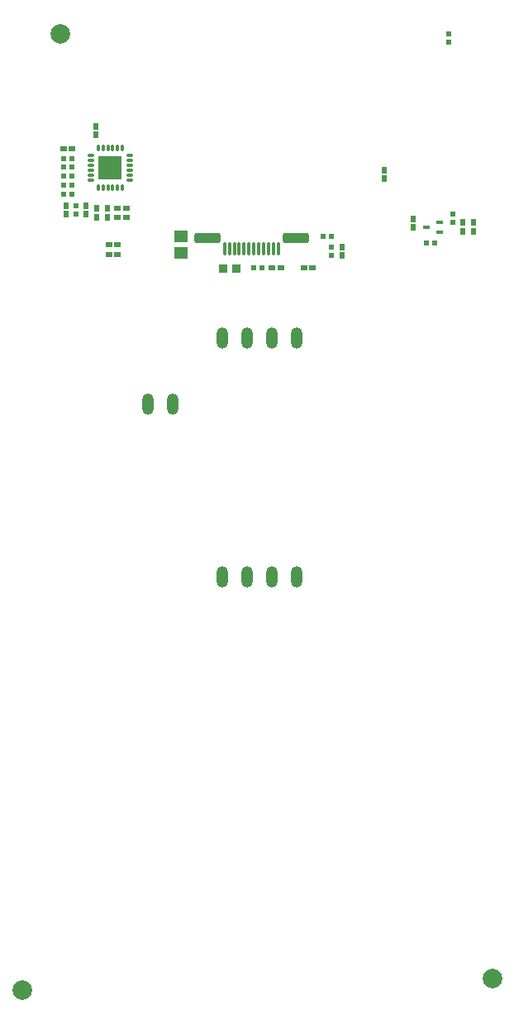
<source format=gbp>
G04 Layer_Color=16770453*
%FSLAX44Y44*%
%MOMM*%
G71*
G01*
G75*
%ADD10C,2.0000*%
%ADD18R,0.5500X0.6000*%
%ADD19R,0.6200X0.6600*%
%ADD20R,0.6600X0.6200*%
%ADD24R,0.6000X0.5500*%
%ADD26R,0.8500X0.9500*%
%ADD30R,1.4500X1.2500*%
%ADD74O,1.2000X2.2000*%
%ADD75R,2.4000X2.4000*%
%ADD76O,0.7000X0.2800*%
%ADD77O,0.2800X0.7000*%
%ADD78O,0.3000X1.4000*%
G04:AMPARAMS|DCode=79|XSize=2.65mm|YSize=1.1mm|CornerRadius=0.275mm|HoleSize=0mm|Usage=FLASHONLY|Rotation=0.000|XOffset=0mm|YOffset=0mm|HoleType=Round|Shape=RoundedRectangle|*
%AMROUNDEDRECTD79*
21,1,2.6500,0.5500,0,0,0.0*
21,1,2.1000,1.1000,0,0,0.0*
1,1,0.5500,1.0500,-0.2750*
1,1,0.5500,-1.0500,-0.2750*
1,1,0.5500,-1.0500,0.2750*
1,1,0.5500,1.0500,0.2750*
%
%ADD79ROUNDEDRECTD79*%
%ADD80R,0.8000X0.3500*%
D10*
X4221000Y2218000D02*
D03*
X3739000Y2206000D02*
D03*
X3778000Y3185000D02*
D03*
D18*
X3794370Y3001000D02*
D03*
Y3009500D02*
D03*
X4055657Y2967300D02*
D03*
Y2958800D02*
D03*
X4180000Y2992000D02*
D03*
Y3000500D02*
D03*
X4176000Y3176750D02*
D03*
Y3185250D02*
D03*
D19*
X3814935Y3081650D02*
D03*
Y3090450D02*
D03*
X3784285Y3009500D02*
D03*
Y3000700D02*
D03*
X3826750Y3006535D02*
D03*
Y2997735D02*
D03*
X3815750Y3006450D02*
D03*
Y2997650D02*
D03*
X3804370Y3009500D02*
D03*
Y3000700D02*
D03*
X4067000Y2967300D02*
D03*
Y2958500D02*
D03*
X4110000Y3046000D02*
D03*
Y3037200D02*
D03*
X4140000Y2987000D02*
D03*
Y2995800D02*
D03*
X4191000Y2992000D02*
D03*
Y2983200D02*
D03*
X4202000Y2992000D02*
D03*
Y2983200D02*
D03*
D20*
X3836950Y3006535D02*
D03*
X3845750D02*
D03*
X3836950Y2997050D02*
D03*
X3845750D02*
D03*
X3836950Y2969300D02*
D03*
X3828150D02*
D03*
X3836950Y2959300D02*
D03*
X3828150D02*
D03*
X4004000Y2946000D02*
D03*
X3995200D02*
D03*
X4036400D02*
D03*
X4027600D02*
D03*
X3781650Y3067343D02*
D03*
X3790450D02*
D03*
D24*
X3781950Y3057720D02*
D03*
X3790450D02*
D03*
X3781950Y3048770D02*
D03*
X3790450D02*
D03*
X3781950Y3039770D02*
D03*
X3790450D02*
D03*
X3781950Y3030770D02*
D03*
X3790450D02*
D03*
Y3021220D02*
D03*
X3781950D02*
D03*
X3984850Y2946000D02*
D03*
X3976350D02*
D03*
X4055726Y2978000D02*
D03*
X4047226D02*
D03*
X4153500Y2971000D02*
D03*
X4162000D02*
D03*
D26*
X3944995Y2944705D02*
D03*
X3958495D02*
D03*
D30*
X3901469Y2961300D02*
D03*
Y2977800D02*
D03*
D74*
X3995400Y2629400D02*
D03*
X4020800D02*
D03*
X3970000D02*
D03*
X3868400Y2806400D02*
D03*
X3944600Y2873400D02*
D03*
X3970000D02*
D03*
X4020800D02*
D03*
X3995400D02*
D03*
X3944600Y2629400D02*
D03*
X3893800Y2806400D02*
D03*
D75*
X3829450Y3048220D02*
D03*
D76*
X3809450Y3060720D02*
D03*
Y3055720D02*
D03*
Y3050720D02*
D03*
Y3045720D02*
D03*
Y3040720D02*
D03*
Y3035720D02*
D03*
X3849450D02*
D03*
Y3040720D02*
D03*
Y3045720D02*
D03*
Y3050720D02*
D03*
Y3055720D02*
D03*
Y3060720D02*
D03*
D77*
X3816950Y3028220D02*
D03*
X3821950D02*
D03*
X3826950D02*
D03*
X3831950D02*
D03*
X3836950D02*
D03*
X3841950D02*
D03*
Y3068220D02*
D03*
X3836950D02*
D03*
X3831950D02*
D03*
X3826950D02*
D03*
X3821950D02*
D03*
X3816950D02*
D03*
D78*
X3951500Y2965050D02*
D03*
X3946500D02*
D03*
X3956500D02*
D03*
X3961500D02*
D03*
X3966500D02*
D03*
X3971500D02*
D03*
X3976500D02*
D03*
X4001500D02*
D03*
X3996500D02*
D03*
X3991500D02*
D03*
X3986500D02*
D03*
X3981500D02*
D03*
D79*
X3928750Y2976550D02*
D03*
X4019250D02*
D03*
D80*
X4153500Y2987000D02*
D03*
X4167000Y2982000D02*
D03*
Y2992000D02*
D03*
M02*

</source>
